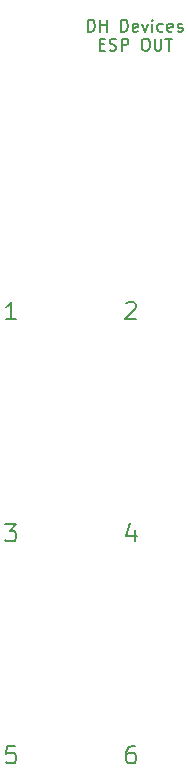
<source format=gto>
G04 #@! TF.GenerationSoftware,KiCad,Pcbnew,(6.0.0)*
G04 #@! TF.CreationDate,2022-06-27T11:42:50-07:00*
G04 #@! TF.ProjectId,sen-fp,73656e2d-6670-42e6-9b69-6361645f7063,rev?*
G04 #@! TF.SameCoordinates,Original*
G04 #@! TF.FileFunction,Legend,Top*
G04 #@! TF.FilePolarity,Positive*
%FSLAX46Y46*%
G04 Gerber Fmt 4.6, Leading zero omitted, Abs format (unit mm)*
G04 Created by KiCad (PCBNEW (6.0.0)) date 2022-06-27 11:42:50*
%MOMM*%
%LPD*%
G01*
G04 APERTURE LIST*
%ADD10C,0.150000*%
G04 APERTURE END LIST*
D10*
X145367428Y-61297428D02*
X145438857Y-61226000D01*
X145581714Y-61154571D01*
X145938857Y-61154571D01*
X146081714Y-61226000D01*
X146153142Y-61297428D01*
X146224571Y-61440285D01*
X146224571Y-61583142D01*
X146153142Y-61797428D01*
X145296000Y-62654571D01*
X146224571Y-62654571D01*
X135136000Y-79950571D02*
X136064571Y-79950571D01*
X135564571Y-80522000D01*
X135778857Y-80522000D01*
X135921714Y-80593428D01*
X135993142Y-80664857D01*
X136064571Y-80807714D01*
X136064571Y-81164857D01*
X135993142Y-81307714D01*
X135921714Y-81379142D01*
X135778857Y-81450571D01*
X135350285Y-81450571D01*
X135207428Y-81379142D01*
X135136000Y-81307714D01*
X146081714Y-80450571D02*
X146081714Y-81450571D01*
X145724571Y-79879142D02*
X145367428Y-80950571D01*
X146296000Y-80950571D01*
X142139809Y-38279380D02*
X142139809Y-37279380D01*
X142377904Y-37279380D01*
X142520761Y-37327000D01*
X142616000Y-37422238D01*
X142663619Y-37517476D01*
X142711238Y-37707952D01*
X142711238Y-37850809D01*
X142663619Y-38041285D01*
X142616000Y-38136523D01*
X142520761Y-38231761D01*
X142377904Y-38279380D01*
X142139809Y-38279380D01*
X143139809Y-38279380D02*
X143139809Y-37279380D01*
X143139809Y-37755571D02*
X143711238Y-37755571D01*
X143711238Y-38279380D02*
X143711238Y-37279380D01*
X144949333Y-38279380D02*
X144949333Y-37279380D01*
X145187428Y-37279380D01*
X145330285Y-37327000D01*
X145425523Y-37422238D01*
X145473142Y-37517476D01*
X145520761Y-37707952D01*
X145520761Y-37850809D01*
X145473142Y-38041285D01*
X145425523Y-38136523D01*
X145330285Y-38231761D01*
X145187428Y-38279380D01*
X144949333Y-38279380D01*
X146330285Y-38231761D02*
X146235047Y-38279380D01*
X146044571Y-38279380D01*
X145949333Y-38231761D01*
X145901714Y-38136523D01*
X145901714Y-37755571D01*
X145949333Y-37660333D01*
X146044571Y-37612714D01*
X146235047Y-37612714D01*
X146330285Y-37660333D01*
X146377904Y-37755571D01*
X146377904Y-37850809D01*
X145901714Y-37946047D01*
X146711238Y-37612714D02*
X146949333Y-38279380D01*
X147187428Y-37612714D01*
X147568380Y-38279380D02*
X147568380Y-37612714D01*
X147568380Y-37279380D02*
X147520761Y-37327000D01*
X147568380Y-37374619D01*
X147616000Y-37327000D01*
X147568380Y-37279380D01*
X147568380Y-37374619D01*
X148473142Y-38231761D02*
X148377904Y-38279380D01*
X148187428Y-38279380D01*
X148092190Y-38231761D01*
X148044571Y-38184142D01*
X147996952Y-38088904D01*
X147996952Y-37803190D01*
X148044571Y-37707952D01*
X148092190Y-37660333D01*
X148187428Y-37612714D01*
X148377904Y-37612714D01*
X148473142Y-37660333D01*
X149282666Y-38231761D02*
X149187428Y-38279380D01*
X148996952Y-38279380D01*
X148901714Y-38231761D01*
X148854095Y-38136523D01*
X148854095Y-37755571D01*
X148901714Y-37660333D01*
X148996952Y-37612714D01*
X149187428Y-37612714D01*
X149282666Y-37660333D01*
X149330285Y-37755571D01*
X149330285Y-37850809D01*
X148854095Y-37946047D01*
X149711238Y-38231761D02*
X149806476Y-38279380D01*
X149996952Y-38279380D01*
X150092190Y-38231761D01*
X150139809Y-38136523D01*
X150139809Y-38088904D01*
X150092190Y-37993666D01*
X149996952Y-37946047D01*
X149854095Y-37946047D01*
X149758857Y-37898428D01*
X149711238Y-37803190D01*
X149711238Y-37755571D01*
X149758857Y-37660333D01*
X149854095Y-37612714D01*
X149996952Y-37612714D01*
X150092190Y-37660333D01*
X143116000Y-39365571D02*
X143449333Y-39365571D01*
X143592190Y-39889380D02*
X143116000Y-39889380D01*
X143116000Y-38889380D01*
X143592190Y-38889380D01*
X143973142Y-39841761D02*
X144116000Y-39889380D01*
X144354095Y-39889380D01*
X144449333Y-39841761D01*
X144496952Y-39794142D01*
X144544571Y-39698904D01*
X144544571Y-39603666D01*
X144496952Y-39508428D01*
X144449333Y-39460809D01*
X144354095Y-39413190D01*
X144163619Y-39365571D01*
X144068380Y-39317952D01*
X144020761Y-39270333D01*
X143973142Y-39175095D01*
X143973142Y-39079857D01*
X144020761Y-38984619D01*
X144068380Y-38937000D01*
X144163619Y-38889380D01*
X144401714Y-38889380D01*
X144544571Y-38937000D01*
X144973142Y-39889380D02*
X144973142Y-38889380D01*
X145354095Y-38889380D01*
X145449333Y-38937000D01*
X145496952Y-38984619D01*
X145544571Y-39079857D01*
X145544571Y-39222714D01*
X145496952Y-39317952D01*
X145449333Y-39365571D01*
X145354095Y-39413190D01*
X144973142Y-39413190D01*
X146925523Y-38889380D02*
X147116000Y-38889380D01*
X147211238Y-38937000D01*
X147306476Y-39032238D01*
X147354095Y-39222714D01*
X147354095Y-39556047D01*
X147306476Y-39746523D01*
X147211238Y-39841761D01*
X147116000Y-39889380D01*
X146925523Y-39889380D01*
X146830285Y-39841761D01*
X146735047Y-39746523D01*
X146687428Y-39556047D01*
X146687428Y-39222714D01*
X146735047Y-39032238D01*
X146830285Y-38937000D01*
X146925523Y-38889380D01*
X147782666Y-38889380D02*
X147782666Y-39698904D01*
X147830285Y-39794142D01*
X147877904Y-39841761D01*
X147973142Y-39889380D01*
X148163619Y-39889380D01*
X148258857Y-39841761D01*
X148306476Y-39794142D01*
X148354095Y-39698904D01*
X148354095Y-38889380D01*
X148687428Y-38889380D02*
X149258857Y-38889380D01*
X148973142Y-39889380D02*
X148973142Y-38889380D01*
X136064571Y-62654571D02*
X135207428Y-62654571D01*
X135636000Y-62654571D02*
X135636000Y-61154571D01*
X135493142Y-61368857D01*
X135350285Y-61511714D01*
X135207428Y-61583142D01*
X146081714Y-98746571D02*
X145796000Y-98746571D01*
X145653142Y-98818000D01*
X145581714Y-98889428D01*
X145438857Y-99103714D01*
X145367428Y-99389428D01*
X145367428Y-99960857D01*
X145438857Y-100103714D01*
X145510285Y-100175142D01*
X145653142Y-100246571D01*
X145938857Y-100246571D01*
X146081714Y-100175142D01*
X146153142Y-100103714D01*
X146224571Y-99960857D01*
X146224571Y-99603714D01*
X146153142Y-99460857D01*
X146081714Y-99389428D01*
X145938857Y-99318000D01*
X145653142Y-99318000D01*
X145510285Y-99389428D01*
X145438857Y-99460857D01*
X145367428Y-99603714D01*
X135993142Y-98746571D02*
X135278857Y-98746571D01*
X135207428Y-99460857D01*
X135278857Y-99389428D01*
X135421714Y-99318000D01*
X135778857Y-99318000D01*
X135921714Y-99389428D01*
X135993142Y-99460857D01*
X136064571Y-99603714D01*
X136064571Y-99960857D01*
X135993142Y-100103714D01*
X135921714Y-100175142D01*
X135778857Y-100246571D01*
X135421714Y-100246571D01*
X135278857Y-100175142D01*
X135207428Y-100103714D01*
%LPC*%
M02*

</source>
